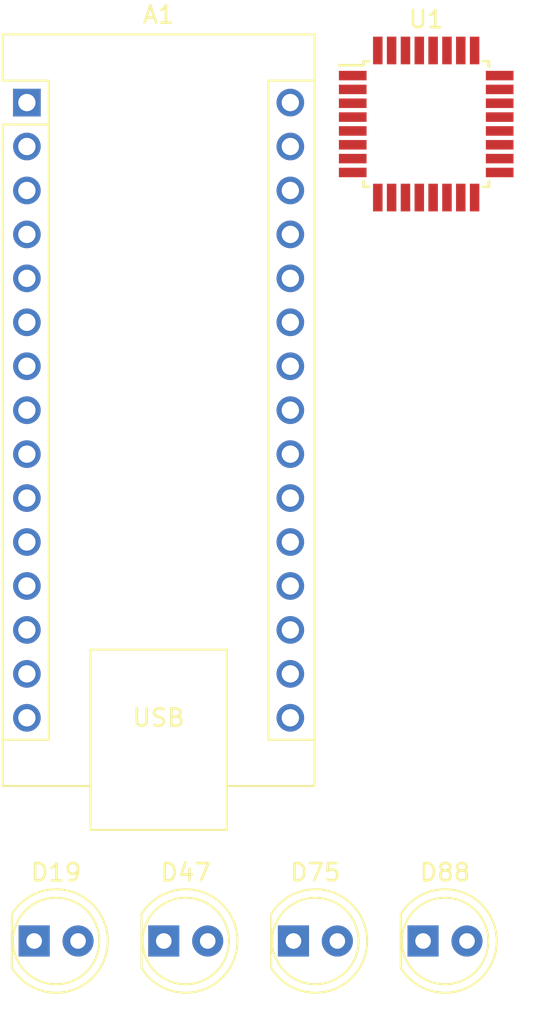
<source format=kicad_pcb>
(kicad_pcb (version 20221018) (generator pcbnew)
  (layers (0 "F.Cu" signal) (31 "B.Cu" signal) (34 "B.Paste" user) (35 "F.Paste" user) (36 "B.SilkS" user "B.Silkscreen") (37 "F.SilkS" user "F.Silkscreen") (38 "B.Mask" user) (39 "F.Mask" user) (44 "Edge.Cuts" user))
  (net 0 "")
  (net 2 "F4")
  (net 5 "A3")
  (net 6 "B3")
  (net 7 "C3")
  (net 8 "D3")
  (net 9 "E3")
  (net 10 "A2")
  (net 11 "B2")
  (net 12 "C2")
  (net 13 "D2")
  (net 14 "E2")
  (net 15 "A1")
  (net 16 "B1")
  (net 19 "C1")
  (net 20 "D1")
  (net 21 "E1")
  (net 22 "A0")
  (net 23 "B0")
  (net 24 "C0")
  (net 25 "D0")
  (net 26 "E0")
  (net 31 "Net-(D1-K)")
  (net 32 "Net-(D11-A)")
  (net 33 "Net-(D100-K)")
  (net 34 "Net-(D35-A)")
  (net 35 "Net-(D63-A)")
  (net 36 "Net-(D100-A)")
  (net 39 "Net-(U1-GND-Pad21)")
  (footprint "LED_THT:LED_D5.0mm" (layer "F.Cu") (at 86.72 91.44)
    (fp_text reference "D19" (at 1.27 -3.96) (layer "F.SilkS"))
    (fp_text value "LED")
    (fp_line (start -1.29 -1.545) (end -1.29 1.545) (stroke (width 0.12)) (layer "F.SilkS"))
    (fp_arc (start -1.29 -1.54483) (mid 2.072002 -2.880433) (end 4.26 0.000462) (stroke (width 0.12)) (layer "F.SilkS"))
    (fp_arc (start 4.26 -0.000462) (mid 2.072002 2.880433) (end -1.29 1.54483) (stroke (width 0.12)) (layer "F.SilkS"))
    (fp_circle (center 1.27 0) (end 3.77 0) (stroke (width 0.12)) (fill none) (layer "F.SilkS"))
    (pad "1" thru_hole rect (at 0 0) (size 1.8 1.8) (drill 0.9) (layers "*.Cu" "*.Mask") (net 31 "Net-(D1-K)"))
    (pad "2" thru_hole circle (at 2.54 0) (size 1.8 1.8) (drill 0.9) (layers "*.Cu" "*.Mask") (net 32 "Net-(D11-A)"))
  )
  (footprint "Package_QFP:TQFP-32_7x7mm_P0.8mm" (layer "F.Cu") (at 109.4 44.22)
    (fp_text reference "U1" (at 0 -6.05) (layer "F.SilkS"))
    (fp_text value "ATmega328PB-A")
    (fp_line (start -3.625 -3.625) (end -3.625 -3.4) (stroke (width 0.15)) (layer "F.SilkS"))
    (fp_line (start -3.625 -3.625) (end -3.3 -3.625) (stroke (width 0.15)) (layer "F.SilkS"))
    (fp_line (start -3.625 -3.4) (end -5.05 -3.4) (stroke (width 0.15)) (layer "F.SilkS"))
    (fp_line (start -3.625 3.625) (end -3.625 3.3) (stroke (width 0.15)) (layer "F.SilkS"))
    (fp_line (start -3.625 3.625) (end -3.3 3.625) (stroke (width 0.15)) (layer "F.SilkS"))
    (fp_line (start 3.625 -3.625) (end 3.3 -3.625) (stroke (width 0.15)) (layer "F.SilkS"))
    (fp_line (start 3.625 -3.625) (end 3.625 -3.3) (stroke (width 0.15)) (layer "F.SilkS"))
    (fp_line (start 3.625 3.625) (end 3.3 3.625) (stroke (width 0.15)) (layer "F.SilkS"))
    (fp_line (start 3.625 3.625) (end 3.625 3.3) (stroke (width 0.15)) (layer "F.SilkS"))
    (pad "1" smd rect (at -4.25 -2.8) (size 1.6 0.55) (layers "F.Cu" "F.Paste" "F.Mask") (net 24 "C0"))
    (pad "2" smd rect (at -4.25 -2) (size 1.6 0.55) (layers "F.Cu" "F.Paste" "F.Mask") (net 25 "D0"))
    (pad "3" smd rect (at -4.25 -1.2) (size 1.6 0.55) (layers "F.Cu" "F.Paste" "F.Mask"))
    (pad "4" smd rect (at -4.25 -0.4) (size 1.6 0.55) (layers "F.Cu" "F.Paste" "F.Mask"))
    (pad "5" smd rect (at -4.25 0.4) (size 1.6 0.55) (layers "F.Cu" "F.Paste" "F.Mask") (net 39 "Net-(U1-GND-Pad21)"))
    (pad "6" smd rect (at -4.25 1.2) (size 1.6 0.55) (layers "F.Cu" "F.Paste" "F.Mask"))
    (pad "7" smd rect (at -4.25 2) (size 1.6 0.55) (layers "F.Cu" "F.Paste" "F.Mask") (net 11 "B2"))
    (pad "8" smd rect (at -4.25 2.8) (size 1.6 0.55) (layers "F.Cu" "F.Paste" "F.Mask") (net 12 "C2"))
    (pad "9" smd rect (at -2.8 4.25 90) (size 1.6 0.55) (layers "F.Cu" "F.Paste" "F.Mask") (net 26 "E0"))
    (pad "10" smd rect (at -2 4.25 90) (size 1.6 0.55) (layers "F.Cu" "F.Paste" "F.Mask"))
    (pad "11" smd rect (at -1.2 4.25 90) (size 1.6 0.55) (layers "F.Cu" "F.Paste" "F.Mask") (net 2 "F4"))
    (pad "12" smd rect (at -0.4 4.25 90) (size 1.6 0.55) (layers "F.Cu" "F.Paste" "F.Mask") (net 5 "A3"))
    (pad "13" smd rect (at 0.4 4.25 90) (size 1.6 0.55) (layers "F.Cu" "F.Paste" "F.Mask") (net 6 "B3"))
    (pad "14" smd rect (at 1.2 4.25 90) (size 1.6 0.55) (layers "F.Cu" "F.Paste" "F.Mask") (net 7 "C3"))
    (pad "15" smd rect (at 2 4.25 90) (size 1.6 0.55) (layers "F.Cu" "F.Paste" "F.Mask") (net 8 "D3"))
    (pad "16" smd rect (at 2.8 4.25 90) (size 1.6 0.55) (layers "F.Cu" "F.Paste" "F.Mask") (net 9 "E3"))
    (pad "17" smd rect (at 4.25 2.8) (size 1.6 0.55) (layers "F.Cu" "F.Paste" "F.Mask") (net 10 "A2"))
    (pad "18" smd rect (at 4.25 2) (size 1.6 0.55) (layers "F.Cu" "F.Paste" "F.Mask"))
    (pad "19" smd rect (at 4.25 1.2) (size 1.6 0.55) (layers "F.Cu" "F.Paste" "F.Mask"))
    (pad "20" smd rect (at 4.25 0.4) (size 1.6 0.55) (layers "F.Cu" "F.Paste" "F.Mask"))
    (pad "21" smd rect (at 4.25 -0.4) (size 1.6 0.55) (layers "F.Cu" "F.Paste" "F.Mask") (net 39 "Net-(U1-GND-Pad21)"))
    (pad "22" smd rect (at 4.25 -1.2) (size 1.6 0.55) (layers "F.Cu" "F.Paste" "F.Mask"))
    (pad "23" smd rect (at 4.25 -2) (size 1.6 0.55) (layers "F.Cu" "F.Paste" "F.Mask") (net 13 "D2"))
    (pad "24" smd rect (at 4.25 -2.8) (size 1.6 0.55) (layers "F.Cu" "F.Paste" "F.Mask") (net 14 "E2"))
    (pad "25" smd rect (at 2.8 -4.25 90) (size 1.6 0.55) (layers "F.Cu" "F.Paste" "F.Mask") (net 15 "A1"))
    (pad "26" smd rect (at 2 -4.25 90) (size 1.6 0.55) (layers "F.Cu" "F.Paste" "F.Mask") (net 16 "B1"))
    (pad "27" smd rect (at 1.2 -4.25 90) (size 1.6 0.55) (layers "F.Cu" "F.Paste" "F.Mask") (net 19 "C1"))
    (pad "28" smd rect (at 0.4 -4.25 90) (size 1.6 0.55) (layers "F.Cu" "F.Paste" "F.Mask") (net 20 "D1"))
    (pad "29" smd rect (at -0.4 -4.25 90) (size 1.6 0.55) (layers "F.Cu" "F.Paste" "F.Mask"))
    (pad "30" smd rect (at -1.2 -4.25 90) (size 1.6 0.55) (layers "F.Cu" "F.Paste" "F.Mask") (net 21 "E1"))
    (pad "31" smd rect (at -2 -4.25 90) (size 1.6 0.55) (layers "F.Cu" "F.Paste" "F.Mask") (net 22 "A0"))
    (pad "32" smd rect (at -2.8 -4.25 90) (size 1.6 0.55) (layers "F.Cu" "F.Paste" "F.Mask") (net 23 "B0"))
  )
  (footprint "LED_THT:LED_D5.0mm" (layer "F.Cu") (at 109.22 91.44)
    (fp_text reference "D88" (at 1.27 -3.96) (layer "F.SilkS"))
    (fp_text value "LED")
    (fp_line (start -1.29 -1.545) (end -1.29 1.545) (stroke (width 0.12)) (layer "F.SilkS"))
    (fp_arc (start -1.29 -1.54483) (mid 2.072002 -2.880433) (end 4.26 0.000462) (stroke (width 0.12)) (layer "F.SilkS"))
    (fp_arc (start 4.26 -0.000462) (mid 2.072002 2.880433) (end -1.29 1.54483) (stroke (width 0.12)) (layer "F.SilkS"))
    (fp_circle (center 1.27 0) (end 3.77 0) (stroke (width 0.12)) (fill none) (layer "F.SilkS"))
    (pad "1" thru_hole rect (at 0 0) (size 1.8 1.8) (drill 0.9) (layers "*.Cu" "*.Mask") (net 33 "Net-(D100-K)"))
    (pad "2" thru_hole circle (at 2.54 0) (size 1.8 1.8) (drill 0.9) (layers "*.Cu" "*.Mask") (net 36 "Net-(D100-A)"))
  )
  (footprint "LED_THT:LED_D5.0mm" (layer "F.Cu") (at 94.22 91.44)
    (fp_text reference "D47" (at 1.27 -3.96) (layer "F.SilkS"))
    (fp_text value "LED")
    (fp_line (start -1.29 -1.545) (end -1.29 1.545) (stroke (width 0.12)) (layer "F.SilkS"))
    (fp_arc (start -1.29 -1.54483) (mid 2.072002 -2.880433) (end 4.26 0.000462) (stroke (width 0.12)) (layer "F.SilkS"))
    (fp_arc (start 4.26 -0.000462) (mid 2.072002 2.880433) (end -1.29 1.54483) (stroke (width 0.12)) (layer "F.SilkS"))
    (fp_circle (center 1.27 0) (end 3.77 0) (stroke (width 0.12)) (fill none) (layer "F.SilkS"))
    (pad "1" thru_hole rect (at 0 0) (size 1.8 1.8) (drill 0.9) (layers "*.Cu" "*.Mask") (net 33 "Net-(D100-K)"))
    (pad "2" thru_hole circle (at 2.54 0) (size 1.8 1.8) (drill 0.9) (layers "*.Cu" "*.Mask") (net 34 "Net-(D35-A)"))
  )
  (footprint "Module:Arduino_Nano" (layer "F.Cu") (at 86.3 42.98)
    (fp_text reference "A1" (at 7.62 -5.08) (layer "F.SilkS"))
    (fp_text value "Arduino_Nano_v2.x")
    (fp_text user "USB" (at 7.62 35.56 unlocked) (layer "F.SilkS"))
    (fp_line (start -1.4 -3.94) (end -1.4 -1.27) (stroke (width 0.12)) (layer "F.SilkS"))
    (fp_line (start -1.4 1.27) (end -1.4 39.5) (stroke (width 0.12)) (layer "F.SilkS"))
    (fp_line (start -1.4 39.5) (end 3.68 39.5) (stroke (width 0.12)) (layer "F.SilkS"))
    (fp_line (start 1.27 -1.27) (end -1.4 -1.27) (stroke (width 0.12)) (layer "F.SilkS"))
    (fp_line (start 1.27 1.27) (end -1.4 1.27) (stroke (width 0.12)) (layer "F.SilkS"))
    (fp_line (start 1.27 1.27) (end 1.27 -1.27) (stroke (width 0.12)) (layer "F.SilkS"))
    (fp_line (start 1.27 1.27) (end 1.27 36.83) (stroke (width 0.12)) (layer "F.SilkS"))
    (fp_line (start 1.27 36.83) (end -1.4 36.83) (stroke (width 0.12)) (layer "F.SilkS"))
    (fp_line (start 3.68 31.62) (end 11.56 31.62) (stroke (width 0.12)) (layer "F.SilkS"))
    (fp_line (start 3.68 42.04) (end 3.68 31.62) (stroke (width 0.12)) (layer "F.SilkS"))
    (fp_line (start 11.56 31.62) (end 11.56 42.04) (stroke (width 0.12)) (layer "F.SilkS"))
    (fp_line (start 11.56 42.04) (end 3.68 42.04) (stroke (width 0.12)) (layer "F.SilkS"))
    (fp_line (start 13.97 -1.27) (end 13.97 36.83) (stroke (width 0.12)) (layer "F.SilkS"))
    (fp_line (start 13.97 -1.27) (end 16.64 -1.27) (stroke (width 0.12)) (layer "F.SilkS"))
    (fp_line (start 13.97 36.83) (end 16.64 36.83) (stroke (width 0.12)) (layer "F.SilkS"))
    (fp_line (start 16.64 -3.94) (end -1.4 -3.94) (stroke (width 0.12)) (layer "F.SilkS"))
    (fp_line (start 16.64 39.5) (end 11.56 39.5) (stroke (width 0.12)) (layer "F.SilkS"))
    (fp_line (start 16.64 39.5) (end 16.64 -3.94) (stroke (width 0.12)) (layer "F.SilkS"))
    (pad "1" thru_hole rect (at 0 0) (size 1.6 1.6) (drill 1) (layers "*.Cu" "*.Mask"))
    (pad "2" thru_hole oval (at 0 2.54) (size 1.6 1.6) (drill 1) (layers "*.Cu" "*.Mask") (net 2 "F4"))
    (pad "3" thru_hole oval (at 0 5.08) (size 1.6 1.6) (drill 1) (layers "*.Cu" "*.Mask"))
    (pad "4" thru_hole oval (at 0 7.62) (size 1.6 1.6) (drill 1) (layers "*.Cu" "*.Mask"))
    (pad "5" thru_hole oval (at 0 10.16) (size 1.6 1.6) (drill 1) (layers "*.Cu" "*.Mask") (net 5 "A3"))
    (pad "6" thru_hole oval (at 0 12.7) (size 1.6 1.6) (drill 1) (layers "*.Cu" "*.Mask") (net 6 "B3"))
    (pad "7" thru_hole oval (at 0 15.24) (size 1.6 1.6) (drill 1) (layers "*.Cu" "*.Mask") (net 7 "C3"))
    (pad "8" thru_hole oval (at 0 17.78) (size 1.6 1.6) (drill 1) (layers "*.Cu" "*.Mask") (net 8 "D3"))
    (pad "9" thru_hole oval (at 0 20.32) (size 1.6 1.6) (drill 1) (layers "*.Cu" "*.Mask") (net 9 "E3"))
    (pad "10" thru_hole oval (at 0 22.86) (size 1.6 1.6) (drill 1) (layers "*.Cu" "*.Mask") (net 10 "A2"))
    (pad "11" thru_hole oval (at 0 25.4) (size 1.6 1.6) (drill 1) (layers "*.Cu" "*.Mask") (net 11 "B2"))
    (pad "12" thru_hole oval (at 0 27.94) (size 1.6 1.6) (drill 1) (layers "*.Cu" "*.Mask") (net 12 "C2"))
    (pad "13" thru_hole oval (at 0 30.48) (size 1.6 1.6) (drill 1) (layers "*.Cu" "*.Mask") (net 13 "D2"))
    (pad "14" thru_hole oval (at 0 33.02) (size 1.6 1.6) (drill 1) (layers "*.Cu" "*.Mask") (net 14 "E2"))
    (pad "15" thru_hole oval (at 0 35.56) (size 1.6 1.6) (drill 1) (layers "*.Cu" "*.Mask") (net 15 "A1"))
    (pad "16" thru_hole oval (at 15.24 35.56) (size 1.6 1.6) (drill 1) (layers "*.Cu" "*.Mask") (net 16 "B1"))
    (pad "17" thru_hole oval (at 15.24 33.02) (size 1.6 1.6) (drill 1) (layers "*.Cu" "*.Mask"))
    (pad "18" thru_hole oval (at 15.24 30.48) (size 1.6 1.6) (drill 1) (layers "*.Cu" "*.Mask"))
    (pad "19" thru_hole oval (at 15.24 27.94) (size 1.6 1.6) (drill 1) (layers "*.Cu" "*.Mask") (net 19 "C1"))
    (pad "20" thru_hole oval (at 15.24 25.4) (size 1.6 1.6) (drill 1) (layers "*.Cu" "*.Mask") (net 20 "D1"))
    (pad "21" thru_hole oval (at 15.24 22.86) (size 1.6 1.6) (drill 1) (layers "*.Cu" "*.Mask") (net 21 "E1"))
    (pad "22" thru_hole oval (at 15.24 20.32) (size 1.6 1.6) (drill 1) (layers "*.Cu" "*.Mask") (net 22 "A0"))
    (pad "23" thru_hole oval (at 15.24 17.78) (size 1.6 1.6) (drill 1) (layers "*.Cu" "*.Mask") (net 23 "B0"))
    (pad "24" thru_hole oval (at 15.24 15.24) (size 1.6 1.6) (drill 1) (layers "*.Cu" "*.Mask") (net 24 "C0"))
    (pad "25" thru_hole oval (at 15.24 12.7) (size 1.6 1.6) (drill 1) (layers "*.Cu" "*.Mask") (net 25 "D0"))
    (pad "26" thru_hole oval (at 15.24 10.16) (size 1.6 1.6) (drill 1) (layers "*.Cu" "*.Mask") (net 26 "E0"))
    (pad "27" thru_hole oval (at 15.24 7.62) (size 1.6 1.6) (drill 1) (layers "*.Cu" "*.Mask"))
    (pad "28" thru_hole oval (at 15.24 5.08) (size 1.6 1.6) (drill 1) (layers "*.Cu" "*.Mask"))
    (pad "29" thru_hole oval (at 15.24 2.54) (size 1.6 1.6) (drill 1) (layers "*.Cu" "*.Mask"))
    (pad "30" thru_hole oval (at 15.24 0) (size 1.6 1.6) (drill 1) (layers "*.Cu" "*.Mask"))
  )
  (footprint "LED_THT:LED_D5.0mm" (layer "F.Cu") (at 101.72 91.44)
    (fp_text reference "D75" (at 1.27 -3.96) (layer "F.SilkS"))
    (fp_text value "LED")
    (fp_line (start -1.29 -1.545) (end -1.29 1.545) (stroke (width 0.12)) (layer "F.SilkS"))
    (fp_arc (start -1.29 -1.54483) (mid 2.072002 -2.880433) (end 4.26 0.000462) (stroke (width 0.12)) (layer "F.SilkS"))
    (fp_arc (start 4.26 -0.000462) (mid 2.072002 2.880433) (end -1.29 1.54483) (stroke (width 0.12)) (layer "F.SilkS"))
    (fp_circle (center 1.27 0) (end 3.77 0) (stroke (width 0.12)) (fill none) (layer "F.SilkS"))
    (pad "1" thru_hole rect (at 0 0) (size 1.8 1.8) (drill 0.9) (layers "*.Cu" "*.Mask") (net 31 "Net-(D1-K)"))
    (pad "2" thru_hole circle (at 2.54 0) (size 1.8 1.8) (drill 0.9) (layers "*.Cu" "*.Mask") (net 35 "Net-(D63-A)"))
  )
)
</source>
